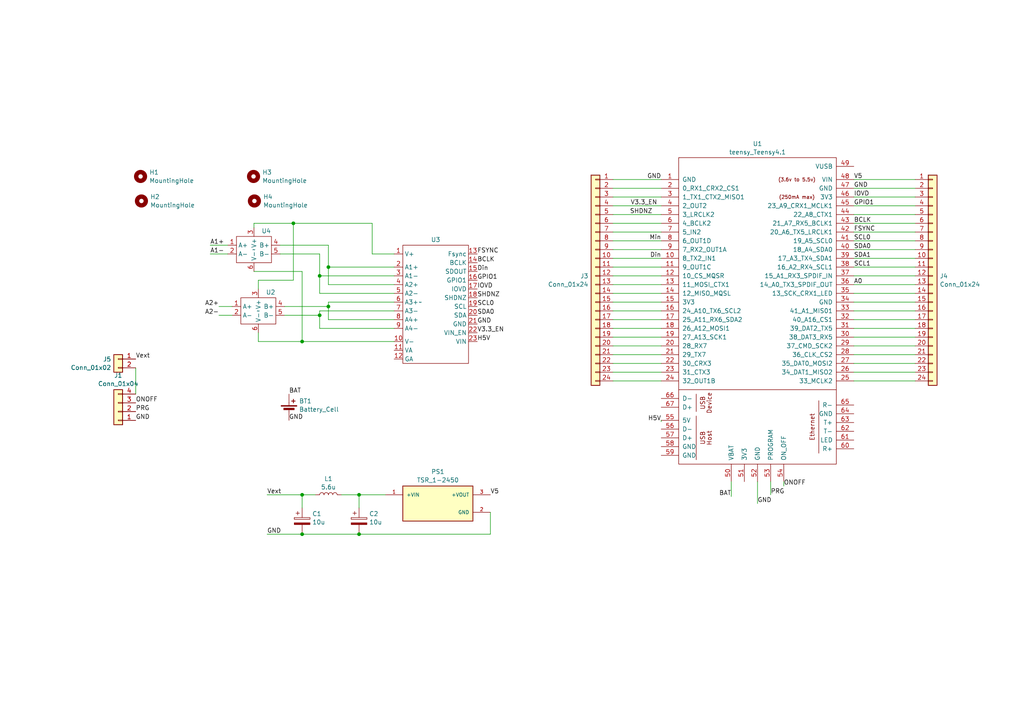
<source format=kicad_sch>
(kicad_sch (version 20231120) (generator "eeschema") (generator_version "8.0")
  (paper "A4")
  (lib_symbols
    (symbol "Device:Battery_Cell" (pin_numbers hide) (pin_names (offset 0) hide)
      (property "Reference" "BT" (at 2.54 2.54 0))
      (property "Value" "Battery_Cell" (at 2.54 0 0))
      (symbol "Battery_Cell_0_1"
        (rectangle (start -2.286 1.778) (end 2.286 1.524) (fill (type outline)))
        (rectangle (start -1.524 1.016) (end 1.524 0.508) (fill (type outline)))
        (polyline (pts (xy 0 0.762) (xy 0 0)))
        (polyline (pts (xy 0 1.778) (xy 0 2.54)))
        (polyline (pts (xy 0.762 3.048) (xy 1.778 3.048)) (stroke (width 0.254)))
        (polyline (pts (xy 1.27 3.556) (xy 1.27 2.54)) (stroke (width 0.254)))
      )
      (symbol "Battery_Cell_1_1"
        (pin passive line (at 0 5.08 270) (length 2.54) (name "+") (number "1"))
        (pin passive line (at 0 -2.54 90) (length 2.54) (name "-") (number "2"))
      )
    )
    (symbol "Device:C_Polarized" (pin_numbers hide) (pin_names (offset 0.254))
      (property "Reference" "C" (at 0.635 2.54 0))
      (property "Value" "C_Polarized" (at 0.635 -2.54 0))
      (symbol "C_Polarized_0_1"
        (rectangle (start -2.286 0.508) (end 2.286 1.016))
        (polyline (pts (xy -1.778 2.286) (xy -0.762 2.286)))
        (polyline (pts (xy -1.27 2.794) (xy -1.27 1.778)))
        (rectangle (start 2.286 -0.508) (end -2.286 -1.016) (fill (type outline)))
      )
      (symbol "C_Polarized_1_1"
        (pin passive line (at 0 3.81 270) (length 2.794) (name "~") (number "1"))
        (pin passive line (at 0 -3.81 90) (length 2.794) (name "~") (number "2"))
      )
    )
    (symbol "Device:L" (pin_numbers hide) (pin_names (offset 1.016) hide)
      (property "Reference" "L" (at -1.27 0 90))
      (property "Value" "L" (at 1.905 0 90))
      (symbol "L_0_1"
        (arc (start 0 -2.54) (mid 0.6323 -1.905) (end 0 -1.27))
        (arc (start 0 -1.27) (mid 0.6323 -0.635) (end 0 0))
        (arc (start 0 0) (mid 0.6323 0.635) (end 0 1.27))
        (arc (start 0 1.27) (mid 0.6323 1.905) (end 0 2.54))
      )
      (symbol "L_1_1"
        (pin passive line (at 0 3.81 270) (length 1.27) (name "1") (number "1"))
        (pin passive line (at 0 -3.81 90) (length 1.27) (name "2") (number "2"))
      )
    )
    (symbol "Library:ADC_V2"
      (property "Reference" "U" (at 0 0 0))
      (symbol "ADC_V2_0_1"
        (rectangle (start -8.89 15.24) (end 10.16 -19.05))
      )
      (symbol "ADC_V2_1_1"
        (pin power_out line (at -11.43 12.7 0) (length 2.54) (name "V+") (number "1"))
        (pin power_out line (at -11.43 -12.7 0) (length 2.54) (name "V-") (number "10"))
        (pin input line (at -11.43 -15.24 0) (length 2.54) (name "VA") (number "11"))
        (pin input line (at -11.43 -17.78 0) (length 2.54) (name "GA") (number "12"))
        (pin input line (at 12.7 12.7 180) (length 2.54) (name "Fsync") (number "13"))
        (pin input line (at 12.7 10.16 180) (length 2.54) (name "BCLK") (number "14"))
        (pin output line (at 12.7 7.62 180) (length 2.54) (name "SDOUT") (number "15"))
        (pin input line (at 12.7 5.08 180) (length 2.54) (name "GPIO1") (number "16"))
        (pin power_in line (at 12.7 2.54 180) (length 2.54) (name "IOVD") (number "17"))
        (pin input line (at 12.7 0 180) (length 2.54) (name "SHDNZ") (number "18"))
        (pin passive line (at 12.7 -2.54 180) (length 2.54) (name "SCL") (number "19"))
        (pin input line (at -11.43 8.89 0) (length 2.54) (name "A1+") (number "2"))
        (pin passive line (at 12.7 -5.08 180) (length 2.54) (name "SDA") (number "20"))
        (pin power_in line (at 12.7 -7.62 180) (length 2.54) (name "GND") (number "21"))
        (pin passive line (at 12.7 -10.16 180) (length 2.54) (name "VIN_EN") (number "22"))
        (pin power_in line (at 12.7 -12.7 180) (length 2.54) (name "VIN") (number "23"))
        (pin input line (at -11.43 6.35 0) (length 2.54) (name "A1-") (number "3"))
        (pin input line (at -11.43 3.81 0) (length 2.54) (name "A2+") (number "4"))
        (pin input line (at -11.43 1.27 0) (length 2.54) (name "A2-") (number "5"))
        (pin input line (at -11.43 -1.27 0) (length 2.54) (name "A3+") (number "6"))
        (pin input line (at -11.43 -3.81 0) (length 2.54) (name "A3-") (number "7"))
        (pin input line (at -11.43 -6.35 0) (length 2.54) (name "A4+") (number "8"))
        (pin input line (at -11.43 -8.89 0) (length 2.54) (name "A4-") (number "9"))
      )
    )
    (symbol "Library:Conn_01x02" (pin_names (offset 1.016) hide)
      (property "Reference" "J" (at 0 2.54 0))
      (property "Value" "Conn_01x02" (at 0 -5.08 0))
      (symbol "Conn_01x02_1_1"
        (rectangle (start -1.27 -2.413) (end 0 -2.667) (stroke (width 0.1524)))
        (rectangle (start -1.27 0.127) (end 0 -0.127) (stroke (width 0.1524)))
        (rectangle (start -1.27 1.27) (end 1.27 -3.81) (stroke (width 0.254)) (fill (type background)))
        (pin passive line (at -5.08 0 0) (length 3.81) (name "Pin_1") (number "1"))
        (pin passive line (at -5.08 -2.54 0) (length 3.81) (name "Pin_2") (number "2"))
      )
    )
    (symbol "Library:Conn_01x04" (pin_names (offset 1.016) hide)
      (property "Reference" "J" (at 0 5.08 0))
      (property "Value" "Conn_01x04" (at 0 -7.62 0))
      (symbol "Conn_01x04_1_1"
        (rectangle (start -1.27 -4.953) (end 0 -5.207) (stroke (width 0.1524)))
        (rectangle (start -1.27 -2.413) (end 0 -2.667) (stroke (width 0.1524)))
        (rectangle (start -1.27 0.127) (end 0 -0.127) (stroke (width 0.1524)))
        (rectangle (start -1.27 2.667) (end 0 2.413) (stroke (width 0.1524)))
        (rectangle (start -1.27 3.81) (end 1.27 -6.35) (stroke (width 0.254)) (fill (type background)))
        (pin passive line (at -5.08 2.54 0) (length 3.81) (name "Pin_1") (number "1"))
        (pin passive line (at -5.08 0 0) (length 3.81) (name "Pin_2") (number "2"))
        (pin passive line (at -5.08 -2.54 0) (length 3.81) (name "Pin_3") (number "3"))
        (pin passive line (at -5.08 -5.08 0) (length 3.81) (name "Pin_4") (number "4"))
      )
    )
    (symbol "Library:Conn_01x24" (pin_names (offset 1.016) hide)
      (property "Reference" "J" (at 0 30.48 0))
      (property "Value" "Conn_01x24" (at 0 -33.02 0))
      (symbol "Conn_01x24_1_1"
        (rectangle (start -1.27 -30.353) (end 0 -30.607) (stroke (width 0.1524)))
        (rectangle (start -1.27 -27.813) (end 0 -28.067) (stroke (width 0.1524)))
        (rectangle (start -1.27 -25.273) (end 0 -25.527) (stroke (width 0.1524)))
        (rectangle (start -1.27 -22.733) (end 0 -22.987) (stroke (width 0.1524)))
        (rectangle (start -1.27 -20.193) (end 0 -20.447) (stroke (width 0.1524)))
        (rectangle (start -1.27 -17.653) (end 0 -17.907) (stroke (width 0.1524)))
        (rectangle (start -1.27 -15.113) (end 0 -15.367) (stroke (width 0.1524)))
        (rectangle (start -1.27 -12.573) (end 0 -12.827) (stroke (width 0.1524)))
        (rectangle (start -1.27 -10.033) (end 0 -10.287) (stroke (width 0.1524)))
        (rectangle (start -1.27 -7.493) (end 0 -7.747) (stroke (width 0.1524)))
        (rectangle (start -1.27 -4.953) (end 0 -5.207) (stroke (width 0.1524)))
        (rectangle (start -1.27 -2.413) (end 0 -2.667) (stroke (width 0.1524)))
        (rectangle (start -1.27 0.127) (end 0 -0.127) (stroke (width 0.1524)))
        (rectangle (start -1.27 2.667) (end 0 2.413) (stroke (width 0.1524)))
        (rectangle (start -1.27 5.207) (end 0 4.953) (stroke (width 0.1524)))
        (rectangle (start -1.27 7.747) (end 0 7.493) (stroke (width 0.1524)))
        (rectangle (start -1.27 10.287) (end 0 10.033) (stroke (width 0.1524)))
        (rectangle (start -1.27 12.827) (end 0 12.573) (stroke (width 0.1524)))
        (rectangle (start -1.27 15.367) (end 0 15.113) (stroke (width 0.1524)))
        (rectangle (start -1.27 17.907) (end 0 17.653) (stroke (width 0.1524)))
        (rectangle (start -1.27 20.447) (end 0 20.193) (stroke (width 0.1524)))
        (rectangle (start -1.27 22.987) (end 0 22.733) (stroke (width 0.1524)))
        (rectangle (start -1.27 25.527) (end 0 25.273) (stroke (width 0.1524)))
        (rectangle (start -1.27 28.067) (end 0 27.813) (stroke (width 0.1524)))
        (rectangle (start -1.27 29.21) (end 1.27 -31.75) (stroke (width 0.254)) (fill (type background)))
        (pin passive line (at -5.08 27.94 0) (length 3.81) (name "Pin_1") (number "1"))
        (pin passive line (at -5.08 5.08 0) (length 3.81) (name "Pin_10") (number "10"))
        (pin passive line (at -5.08 2.54 0) (length 3.81) (name "Pin_11") (number "11"))
        (pin passive line (at -5.08 0 0) (length 3.81) (name "Pin_12") (number "12"))
        (pin passive line (at -5.08 -2.54 0) (length 3.81) (name "Pin_13") (number "13"))
        (pin passive line (at -5.08 -5.08 0) (length 3.81) (name "Pin_14") (number "14"))
        (pin passive line (at -5.08 -7.62 0) (length 3.81) (name "Pin_15") (number "15"))
        (pin passive line (at -5.08 -10.16 0) (length 3.81) (name "Pin_16") (number "16"))
        (pin passive line (at -5.08 -12.7 0) (length 3.81) (name "Pin_17") (number "17"))
        (pin passive line (at -5.08 -15.24 0) (length 3.81) (name "Pin_18") (number "18"))
        (pin passive line (at -5.08 -17.78 0) (length 3.81) (name "Pin_19") (number "19"))
        (pin passive line (at -5.08 25.4 0) (length 3.81) (name "Pin_2") (number "2"))
        (pin passive line (at -5.08 -20.32 0) (length 3.81) (name "Pin_20") (number "20"))
        (pin passive line (at -5.08 -22.86 0) (length 3.81) (name "Pin_21") (number "21"))
        (pin passive line (at -5.08 -25.4 0) (length 3.81) (name "Pin_22") (number "22"))
        (pin passive line (at -5.08 -27.94 0) (length 3.81) (name "Pin_23") (number "23"))
        (pin passive line (at -5.08 -30.48 0) (length 3.81) (name "Pin_24") (number "24"))
        (pin passive line (at -5.08 22.86 0) (length 3.81) (name "Pin_3") (number "3"))
        (pin passive line (at -5.08 20.32 0) (length 3.81) (name "Pin_4") (number "4"))
        (pin passive line (at -5.08 17.78 0) (length 3.81) (name "Pin_5") (number "5"))
        (pin passive line (at -5.08 15.24 0) (length 3.81) (name "Pin_6") (number "6"))
        (pin passive line (at -5.08 12.7 0) (length 3.81) (name "Pin_7") (number "7"))
        (pin passive line (at -5.08 10.16 0) (length 3.81) (name "Pin_8") (number "8"))
        (pin passive line (at -5.08 7.62 0) (length 3.81) (name "Pin_9") (number "9"))
      )
    )
    (symbol "Library:MountingHole" (pin_names (offset 1.016))
      (property "Reference" "H" (at 0 5.08 0))
      (property "Value" "MountingHole" (at 0 3.175 0))
      (symbol "MountingHole_0_1"
        (circle (center 0 0) (radius 1.27) (stroke (width 1.27)))
      )
    )
    (symbol "Library:TSR_1-2450" (pin_names (offset 1.016))
      (property "Reference" "PS" (at -10.16 7.62 0))
      (property "Value" "TSR_1-2450" (at -10.16 -7.62 0))
      (symbol "TSR_1-2450_0_0"
        (rectangle (start -10.16 -5.08) (end 10.16 5.08) (stroke (width 0.254)) (fill (type background)))
        (pin input line (at -15.24 2.54 0) (length 5.08) (name "+VIN") (number "1"))
        (pin power_in line (at 15.24 -2.54 180) (length 5.08) (name "GND") (number "2"))
        (pin output line (at 15.24 2.54 180) (length 5.08) (name "+VOUT") (number "3"))
      )
    )
    (symbol "Library:pre-amp"
      (property "Reference" "U" (at -3.81 -5.08 0))
      (symbol "pre-amp_0_1"
        (rectangle (start -5.08 3.81) (end 5.08 -3.81))
      )
      (symbol "pre-amp_1_1"
        (pin input line (at -7.62 1.27 0) (length 2.54) (name "A+") (number "1"))
        (pin input line (at -7.62 -1.27 0) (length 2.54) (name "A-") (number "2"))
        (pin power_in line (at 0 6.35 270) (length 2.54) (name "V+") (number "3"))
        (pin output line (at 7.62 1.27 180) (length 2.54) (name "B+") (number "4"))
        (pin output line (at 7.62 -1.27 180) (length 2.54) (name "B-") (number "5"))
        (pin power_out line (at 0 -6.35 90) (length 2.54) (name "V-") (number "6"))
      )
    )
    (symbol "Library:teensy_Teensy4.1" (pin_names (offset 1.016))
      (property "Reference" "U" (at 0 64.77 0))
      (property "Value" "teensy_Teensy4.1" (at 0 62.23 0))
      (symbol "teensy_Teensy4.1_0_0"
        (polyline (pts (xy -22.86 -6.35) (xy 22.86 -6.35)))
        (polyline (pts (xy -17.78 -26.67) (xy -17.78 -13.97)))
        (polyline (pts (xy -17.78 -7.62) (xy -17.78 -12.7)))
        (polyline (pts (xy 17.78 -9.525) (xy 17.78 -24.765)))
        (text "(250mA max)" (at 11.43 49.53 0) (effects (font (size 1.016 1.016))))
        (text "(3.6v to 5.5v)" (at 11.43 54.61 0) (effects (font (size 1.016 1.016))))
        (text "Device" (at -13.97 -10.16 900) (effects (font (size 1.27 1.27))))
        (text "Ethernet" (at 15.875 -17.145 900) (effects (font (size 1.27 1.27))))
        (text "Host" (at -13.97 -20.32 900) (effects (font (size 1.27 1.27))))
        (text "USB" (at -15.875 -20.32 900) (effects (font (size 1.27 1.27))))
        (text "USB" (at -15.875 -10.16 900) (effects (font (size 1.27 1.27))))
        (pin bidirectional line (at -27.94 31.75 0) (length 5.08) (name "8_TX2_IN1") (number "10"))
        (pin bidirectional line (at -27.94 29.21 0) (length 5.08) (name "9_OUT1C") (number "11"))
        (pin bidirectional line (at -27.94 26.67 0) (length 5.08) (name "10_CS_MQSR") (number "12"))
        (pin bidirectional line (at -27.94 24.13 0) (length 5.08) (name "11_MOSI_CTX1") (number "13"))
        (pin bidirectional line (at -27.94 21.59 0) (length 5.08) (name "12_MISO_MQSL") (number "14"))
        (pin power_in line (at -27.94 19.05 0) (length 5.08) (name "3V3") (number "15"))
        (pin bidirectional line (at -27.94 16.51 0) (length 5.08) (name "24_A10_TX6_SCL2") (number "16"))
        (pin bidirectional line (at -27.94 13.97 0) (length 5.08) (name "25_A11_RX6_SDA2") (number "17"))
        (pin bidirectional line (at -27.94 11.43 0) (length 5.08) (name "26_A12_MOSI1") (number "18"))
        (pin bidirectional line (at -27.94 8.89 0) (length 5.08) (name "27_A13_SCK1") (number "19"))
        (pin bidirectional line (at -27.94 6.35 0) (length 5.08) (name "28_RX7") (number "20"))
        (pin bidirectional line (at -27.94 3.81 0) (length 5.08) (name "29_TX7") (number "21"))
        (pin bidirectional line (at -27.94 1.27 0) (length 5.08) (name "30_CRX3") (number "22"))
        (pin bidirectional line (at -27.94 -1.27 0) (length 5.08) (name "31_CTX3") (number "23"))
        (pin bidirectional line (at -27.94 -3.81 0) (length 5.08) (name "32_OUT1B") (number "24"))
        (pin bidirectional line (at 27.94 -3.81 180) (length 5.08) (name "33_MCLK2") (number "25"))
        (pin bidirectional line (at 27.94 -1.27 180) (length 5.08) (name "34_DAT1_MISO2") (number "26"))
        (pin bidirectional line (at 27.94 1.27 180) (length 5.08) (name "35_DAT0_MOSI2") (number "27"))
        (pin bidirectional line (at 27.94 3.81 180) (length 5.08) (name "36_CLK_CS2") (number "28"))
        (pin bidirectional line (at 27.94 6.35 180) (length 5.08) (name "37_CMD_SCK2") (number "29"))
        (pin bidirectional line (at 27.94 8.89 180) (length 5.08) (name "38_DAT3_RX5") (number "30"))
        (pin bidirectional line (at 27.94 11.43 180) (length 5.08) (name "39_DAT2_TX5") (number "31"))
        (pin bidirectional line (at 27.94 13.97 180) (length 5.08) (name "40_A16_CS1") (number "32"))
        (pin bidirectional line (at 27.94 16.51 180) (length 5.08) (name "41_A1_MIS01") (number "33"))
        (pin bidirectional line (at 27.94 21.59 180) (length 5.08) (name "13_SCK_CRX1_LED") (number "35"))
        (pin bidirectional line (at 27.94 24.13 180) (length 5.08) (name "14_A0_TX3_SPDIF_OUT") (number "36"))
        (pin bidirectional line (at 27.94 26.67 180) (length 5.08) (name "15_A1_RX3_SPDIF_IN") (number "37"))
        (pin bidirectional line (at 27.94 29.21 180) (length 5.08) (name "16_A2_RX4_SCL1") (number "38"))
        (pin bidirectional line (at 27.94 31.75 180) (length 5.08) (name "17_A3_TX4_SDA1") (number "39"))
        (pin bidirectional line (at 27.94 34.29 180) (length 5.08) (name "18_A4_SDA0") (number "40"))
        (pin bidirectional line (at 27.94 36.83 180) (length 5.08) (name "19_A5_SCL0") (number "41"))
        (pin bidirectional line (at 27.94 39.37 180) (length 5.08) (name "20_A6_TX5_LRCLK1") (number "42"))
        (pin bidirectional line (at 27.94 41.91 180) (length 5.08) (name "21_A7_RX5_BCLK1") (number "43"))
        (pin bidirectional line (at 27.94 44.45 180) (length 5.08) (name "22_A8_CTX1") (number "44"))
        (pin bidirectional line (at 27.94 46.99 180) (length 5.08) (name "23_A9_CRX1_MCLK1") (number "45"))
        (pin power_in line (at 27.94 49.53 180) (length 5.08) (name "3V3") (number "46"))
        (pin power_in line (at 27.94 52.07 180) (length 5.08) (name "GND") (number "47"))
        (pin power_in line (at 27.94 54.61 180) (length 5.08) (name "VIN") (number "48"))
        (pin power_out line (at 27.94 58.42 180) (length 5.08) (name "VUSB") (number "49"))
        (pin bidirectional line (at -27.94 44.45 0) (length 5.08) (name "3_LRCLK2") (number "5"))
        (pin power_in line (at -7.62 -33.02 90) (length 5.08) (name "VBAT") (number "50"))
        (pin power_in line (at -3.81 -33.02 90) (length 5.08) (name "3V3") (number "51"))
        (pin power_out line (at 0 -33.02 90) (length 5.08) (name "GND") (number "52"))
        (pin input line (at 3.81 -33.02 90) (length 5.08) (name "PROGRAM") (number "53"))
        (pin input line (at 7.62 -33.02 90) (length 5.08) (name "ON_OFF") (number "54"))
        (pin power_out line (at -27.94 -15.24 0) (length 5.08) (name "5V") (number "55"))
        (pin bidirectional line (at -27.94 -17.78 0) (length 5.08) (name "D-") (number "56"))
        (pin bidirectional line (at -27.94 -20.32 0) (length 5.08) (name "D+") (number "57"))
        (pin power_in line (at -27.94 -22.86 0) (length 5.08) (name "GND") (number "58"))
        (pin power_in line (at -27.94 -25.4 0) (length 5.08) (name "GND") (number "59"))
        (pin bidirectional line (at -27.94 41.91 0) (length 5.08) (name "4_BCLK2") (number "6"))
        (pin bidirectional line (at 27.94 -23.495 180) (length 5.08) (name "R+") (number "60"))
        (pin bidirectional line (at 27.94 -20.955 180) (length 5.08) (name "LED") (number "61"))
        (pin bidirectional line (at 27.94 -18.415 180) (length 5.08) (name "T-") (number "62"))
        (pin bidirectional line (at 27.94 -15.875 180) (length 5.08) (name "T+") (number "63"))
        (pin power_in line (at 27.94 -13.335 180) (length 5.08) (name "GND") (number "64"))
        (pin bidirectional line (at 27.94 -10.795 180) (length 5.08) (name "R-") (number "65"))
        (pin bidirectional line (at -27.94 -8.89 0) (length 5.08) (name "D-") (number "66"))
        (pin bidirectional line (at -27.94 -11.43 0) (length 5.08) (name "D+") (number "67"))
        (pin bidirectional line (at -27.94 39.37 0) (length 5.08) (name "5_IN2") (number "7"))
        (pin bidirectional line (at -27.94 36.83 0) (length 5.08) (name "6_OUT1D") (number "8"))
        (pin bidirectional line (at -27.94 34.29 0) (length 5.08) (name "7_RX2_OUT1A") (number "9"))
      )
      (symbol "teensy_Teensy4.1_0_1"
        (rectangle (start -22.86 60.96) (end 22.86 -27.94))
        (rectangle (start -20.32 -1.27) (end -20.32 -1.27))
      )
      (symbol "teensy_Teensy4.1_1_1"
        (pin power_in line (at -27.94 54.61 0) (length 5.08) (name "GND") (number "1"))
        (pin bidirectional line (at -27.94 52.07 0) (length 5.08) (name "0_RX1_CRX2_CS1") (number "2"))
        (pin bidirectional line (at -27.94 49.53 0) (length 5.08) (name "1_TX1_CTX2_MISO1") (number "3"))
        (pin power_in line (at 27.94 19.05 180) (length 5.08) (name "GND") (number "34"))
        (pin bidirectional line (at -27.94 46.99 0) (length 5.08) (name "2_OUT2") (number "4"))
      )
    )
  )
  (junction (at 92.71 91.44))
  (junction (at 92.71 80.01))
  (junction (at 95.25 88.9))
  (junction (at 87.63 154.94))
  (junction (at 85.09 64.77))
  (junction (at 104.14 143.51))
  (junction (at 87.63 99.06))
  (junction (at 95.25 77.47))
  (junction (at 87.63 143.51))
  (junction (at 104.14 154.94))
  (wire (pts (xy 247.65 69.85) (xy 265.43 69.85)))
  (wire (pts (xy 87.63 143.51) (xy 87.63 147.32)))
  (wire (pts (xy 85.09 64.77) (xy 85.09 81.28)))
  (wire (pts (xy 77.47 143.51) (xy 87.63 143.51)))
  (wire (pts (xy 81.28 73.66) (xy 92.71 73.66)))
  (wire (pts (xy 247.65 82.55) (xy 265.43 82.55)))
  (wire (pts (xy 92.71 90.17) (xy 114.3 90.17)))
  (wire (pts (xy 74.93 81.28) (xy 74.93 83.82)))
  (wire (pts (xy 177.8 64.77) (xy 191.77 64.77)))
  (wire (pts (xy 227.33 139.7) (xy 227.33 140.97)))
  (wire (pts (xy 85.09 81.28) (xy 74.93 81.28)))
  (wire (pts (xy 177.8 110.49) (xy 191.77 110.49)))
  (wire (pts (xy 177.8 52.07) (xy 191.77 52.07)))
  (wire (pts (xy 95.25 87.63) (xy 95.25 88.9)))
  (wire (pts (xy 104.14 143.51) (xy 111.76 143.51)))
  (wire (pts (xy 247.65 90.17) (xy 265.43 90.17)))
  (wire (pts (xy 177.8 107.95) (xy 191.77 107.95)))
  (wire (pts (xy 247.65 102.87) (xy 265.43 102.87)))
  (wire (pts (xy 177.8 80.01) (xy 191.77 80.01)))
  (wire (pts (xy 247.65 92.71) (xy 265.43 92.71)))
  (wire (pts (xy 92.71 95.25) (xy 114.3 95.25)))
  (wire (pts (xy 177.8 87.63) (xy 191.77 87.63)))
  (wire (pts (xy 82.55 91.44) (xy 92.71 91.44)))
  (wire (pts (xy 247.65 59.69) (xy 265.43 59.69)))
  (wire (pts (xy 177.8 97.79) (xy 191.77 97.79)))
  (wire (pts (xy 219.71 139.7) (xy 219.71 146.05)))
  (wire (pts (xy 247.65 67.31) (xy 265.43 67.31)))
  (wire (pts (xy 77.47 154.94) (xy 87.63 154.94)))
  (wire (pts (xy 92.71 85.09) (xy 114.3 85.09)))
  (wire (pts (xy 177.8 90.17) (xy 191.77 90.17)))
  (wire (pts (xy 95.25 87.63) (xy 114.3 87.63)))
  (wire (pts (xy 247.65 105.41) (xy 265.43 105.41)))
  (wire (pts (xy 247.65 54.61) (xy 265.43 54.61)))
  (wire (pts (xy 177.8 54.61) (xy 191.77 54.61)))
  (wire (pts (xy 177.8 57.15) (xy 191.77 57.15)))
  (wire (pts (xy 247.65 95.25) (xy 265.43 95.25)))
  (wire (pts (xy 177.8 105.41) (xy 191.77 105.41)))
  (wire (pts (xy 247.65 110.49) (xy 265.43 110.49)))
  (wire (pts (xy 81.28 71.12) (xy 95.25 71.12)))
  (wire (pts (xy 92.71 91.44) (xy 92.71 95.25)))
  (wire (pts (xy 92.71 80.01) (xy 114.3 80.01)))
  (wire (pts (xy 104.14 154.94) (xy 142.24 154.94)))
  (wire (pts (xy 177.8 59.69) (xy 191.77 59.69)))
  (wire (pts (xy 177.8 100.33) (xy 191.77 100.33)))
  (wire (pts (xy 107.95 73.66) (xy 114.3 73.66)))
  (wire (pts (xy 247.65 87.63) (xy 265.43 87.63)))
  (wire (pts (xy 177.8 95.25) (xy 191.77 95.25)))
  (wire (pts (xy 247.65 107.95) (xy 265.43 107.95)))
  (wire (pts (xy 247.65 80.01) (xy 265.43 80.01)))
  (wire (pts (xy 191.77 121.92) (xy 191.77 122.301)))
  (wire (pts (xy 92.71 73.66) (xy 92.71 80.01)))
  (wire (pts (xy 99.06 143.51) (xy 104.14 143.51)))
  (wire (pts (xy 177.8 85.09) (xy 191.77 85.09)))
  (wire (pts (xy 107.95 64.77) (xy 107.95 73.66)))
  (wire (pts (xy 104.14 143.51) (xy 104.14 147.32)))
  (wire (pts (xy 95.25 82.55) (xy 114.3 82.55)))
  (wire (pts (xy 177.8 92.71) (xy 191.77 92.71)))
  (wire (pts (xy 247.65 77.47) (xy 265.43 77.47)))
  (wire (pts (xy 247.65 97.79) (xy 265.43 97.79)))
  (wire (pts (xy 95.25 77.47) (xy 114.3 77.47)))
  (wire (pts (xy 247.65 85.09) (xy 265.43 85.09)))
  (wire (pts (xy 95.25 77.47) (xy 95.25 82.55)))
  (wire (pts (xy 74.93 99.06) (xy 74.93 96.52)))
  (wire (pts (xy 177.8 82.55) (xy 191.77 82.55)))
  (wire (pts (xy 177.8 74.93) (xy 191.77 74.93)))
  (wire (pts (xy 177.8 77.47) (xy 191.77 77.47)))
  (wire (pts (xy 87.63 154.94) (xy 104.14 154.94)))
  (wire (pts (xy 74.93 99.06) (xy 87.63 99.06)))
  (wire (pts (xy 67.31 88.9) (xy 63.5 88.9)))
  (wire (pts (xy 177.8 67.31) (xy 191.77 67.31)))
  (wire (pts (xy 92.71 91.44) (xy 92.71 90.17)))
  (wire (pts (xy 247.65 100.33) (xy 265.43 100.33)))
  (wire (pts (xy 87.63 78.74) (xy 87.63 99.06)))
  (wire (pts (xy 63.5 91.44) (xy 67.31 91.44)))
  (wire (pts (xy 39.37 106.68) (xy 39.37 114.3)))
  (wire (pts (xy 82.55 88.9) (xy 95.25 88.9)))
  (wire (pts (xy 142.24 154.94) (xy 142.24 148.59)))
  (wire (pts (xy 95.25 88.9) (xy 95.25 92.71)))
  (wire (pts (xy 247.65 52.07) (xy 265.43 52.07)))
  (wire (pts (xy 247.65 72.39) (xy 265.43 72.39)))
  (wire (pts (xy 177.8 72.39) (xy 191.77 72.39)))
  (wire (pts (xy 212.09 144.018) (xy 212.09 139.7)))
  (wire (pts (xy 73.66 78.74) (xy 87.63 78.74)))
  (wire (pts (xy 92.71 80.01) (xy 92.71 85.09)))
  (wire (pts (xy 247.65 74.93) (xy 265.43 74.93)))
  (wire (pts (xy 95.25 71.12) (xy 95.25 77.47)))
  (wire (pts (xy 177.8 62.23) (xy 191.77 62.23)))
  (wire (pts (xy 60.96 73.66) (xy 66.04 73.66)))
  (wire (pts (xy 177.8 102.87) (xy 191.77 102.87)))
  (wire (pts (xy 223.52 139.7) (xy 223.52 143.51)))
  (wire (pts (xy 247.65 64.77) (xy 265.43 64.77)))
  (wire (pts (xy 95.25 92.71) (xy 114.3 92.71)))
  (wire (pts (xy 87.63 143.51) (xy 91.44 143.51)))
  (wire (pts (xy 73.66 64.77) (xy 73.66 66.04)))
  (wire (pts (xy 87.63 99.06) (xy 114.3 99.06)))
  (wire (pts (xy 60.96 71.12) (xy 66.04 71.12)))
  (wire (pts (xy 247.65 57.15) (xy 265.43 57.15)))
  (wire (pts (xy 73.66 64.77) (xy 85.09 64.77)))
  (wire (pts (xy 177.8 69.85) (xy 191.77 69.85)))
  (wire (pts (xy 247.65 62.23) (xy 265.43 62.23)))
  (wire (pts (xy 85.09 64.77) (xy 107.95 64.77)))
  (label "FSYNC" (at 247.65 67.31 0))
  (label "A2-" (at 63.5 91.44 180))
  (label "SHDNZ" (at 189.23 62.23 180))
  (label "SCL0" (at 247.65 69.85 0))
  (label "BCLK" (at 247.65 64.77 0))
  (label "PRG" (at 39.37 119.38 0))
  (label "A1+" (at 60.96 71.12 0))
  (label "GND" (at 77.47 154.94 0))
  (label "SCL1" (at 247.65 77.47 0))
  (label "IOVD" (at 138.43 83.82 0))
  (label "V3.3_EN" (at 182.88 59.69 0))
  (label "SDA0" (at 138.43 91.44 0))
  (label "V5" (at 247.65 52.07 0))
  (label "A1-" (at 60.96 73.66 0))
  (label "PRG" (at 223.52 143.51 0))
  (label "Din" (at 191.77 74.93 180))
  (label "A0" (at 247.65 82.55 0))
  (label "Min" (at 191.77 69.85 180))
  (label "FSYNC" (at 138.43 73.66 0))
  (label "A2+" (at 63.5 88.9 180))
  (label "GND" (at 138.43 93.98 0))
  (label "Vext" (at 77.47 143.51 0))
  (label "V5" (at 142.24 143.51 0))
  (label "SHDNZ" (at 138.43 86.36 0))
  (label "GND" (at 219.71 146.05 0))
  (label "H5V" (at 138.43 99.06 0))
  (label "GND" (at 247.65 54.61 0))
  (label "GND" (at 39.37 121.92 0))
  (label "SCL0" (at 138.43 88.9 0))
  (label "BCLK" (at 138.43 76.2 0))
  (label "BAT" (at 212.09 144.018 180))
  (label "GPIO1" (at 138.43 81.28 0))
  (label "ONOFF" (at 39.37 116.84 0))
  (label "ONOFF" (at 227.33 140.97 0))
  (label "GPIO1" (at 247.65 59.69 0))
  (label "BAT" (at 83.82 114.3 0))
  (label "Din" (at 138.43 78.74 0))
  (label "H5V" (at 191.77 122.301 180))
  (label "SDA1" (at 247.65 74.93 0))
  (label "Vext" (at 39.37 104.14 0))
  (label "GND" (at 83.82 121.92 0))
  (label "V3.3_EN" (at 138.43 96.52 0))
  (label "IOVD" (at 247.65 57.15 0))
  (label "SDA0" (at 247.65 72.39 0))
  (label "GND" (at 191.77 52.07 180))
  (symbol (lib_id "Library:Conn_01x24") (at 172.72 80.01 0) (mirror y) (unit 1)
    (property "Reference" "J3" (at 170.688 80.0678 0) (effects (justify left)))
    (property "Value" "Conn_01x24" (at 170.688 82.4921 0) (effects (justify left)))
    (property "Footprint" "Connector_PinHeader_2.54mm:PinHeader_1x24_P2.54mm_Vertical" (effects (hide yes)))
    (property "Description" "Generic connector, single row, 01x24, script generated (kicad-library-utils/schlib/autogen/connector/)" (effects (hide yes)))
  )
  (symbol (lib_id "Device:Battery_Cell") (at 83.82 119.38 0) (unit 1)
    (property "Reference" "BT1" (at 86.741 116.3263 0) (effects (justify left)))
    (property "Value" "Battery_Cell" (at 86.741 118.7506 0) (effects (justify left)))
    (property "Footprint" "Battery:BatteryHolder_Keystone_103_1x20mm" (effects (hide yes)))
    (property "Description" "Single-cell battery" (effects (hide yes)))
  )
  (symbol (lib_id "Device:C_Polarized") (at 104.14 151.13 0) (unit 1)
    (property "Reference" "C2" (at 107.061 149.0288 0) (effects (justify left)))
    (property "Value" "10u" (at 107.061 151.4531 0) (effects (justify left)))
    (property "Footprint" "Capacitor_THT:CP_Radial_D6.3mm_P2.50mm" (effects (hide yes)))
    (property "Description" "Polarized capacitor" (effects (hide yes)))
  )
  (symbol (lib_id "Library:MountingHole") (at 73.787 58.293 0) (unit 1)
    (property "Reference" "H4" (at 76.327 57.0809 0) (effects (justify left)))
    (property "Value" "MountingHole" (at 76.327 59.5051 0) (effects (justify left)))
    (property "Footprint" "MountingHole:MountingHole_3.2mm_M3" (effects (hide yes)))
  )
  (symbol (lib_id "Library:Conn_01x24") (at 270.51 80.01 0) (unit 1)
    (property "Reference" "J4" (at 272.542 80.0678 0) (effects (justify left)))
    (property "Value" "Conn_01x24" (at 272.542 82.4921 0) (effects (justify left)))
    (property "Footprint" "Connector_PinHeader_2.54mm:PinHeader_1x24_P2.54mm_Vertical" (effects (hide yes)))
    (property "Description" "Generic connector, single row, 01x24, script generated (kicad-library-utils/schlib/autogen/connector/)" (effects (hide yes)))
  )
  (symbol (lib_id "Library:TSR_1-2450") (at 127 146.05 0) (unit 1)
    (property "Reference" "PS1" (at 127 136.8255 0))
    (property "Value" "TSR_1-2450" (at 127 139.2498 0))
    (property "Footprint" "Converter_DCDC:Converter_DCDC_TRACO_TSR-1_THT" (effects (hide yes)))
    (property "PARTREV" "Apr 27, 2020" (effects (hide yes)))
    (property "STANDARD" "Manufacturer Recommendations" (effects (hide yes)))
    (property "MAXIMUM_PACKAGE_HEIGHT" "10.6mm" (effects (hide yes)))
    (property "MANUFACTURER" "Traco Power" (effects (hide yes)))
  )
  (symbol (lib_id "Library:pre-amp") (at 74.93 90.17 0) (unit 1)
    (property "Reference" "U2" (at 77.1241 84.7669 0) (effects (justify left)))
    (property "Value" "~" (at 74.93 90.17 0))
    (property "Footprint" "Library:preAmp2" (effects (hide yes)))
  )
  (symbol (lib_id "Device:L") (at 95.25 143.51 90) (unit 1)
    (property "Reference" "L1" (at 95.25 138.8602 90))
    (property "Value" "5.6u" (at 95.25 141.2845 90))
    (property "Footprint" "Inductor_THT:L_Axial_L11.0mm_D4.5mm_P15.24mm_Horizontal_Fastron_MECC" (effects (hide yes)))
    (property "Description" "Inductor" (effects (hide yes)))
  )
  (symbol (lib_id "Device:C_Polarized") (at 87.63 151.13 0) (unit 1)
    (property "Reference" "C1" (at 90.551 149.0288 0) (effects (justify left)))
    (property "Value" "10u" (at 90.551 151.4531 0) (effects (justify left)))
    (property "Footprint" "Capacitor_THT:CP_Radial_D6.3mm_P2.50mm" (effects (hide yes)))
    (property "Description" "Polarized capacitor" (effects (hide yes)))
  )
  (symbol (lib_id "Library:Conn_01x04") (at 34.29 119.38 180) (unit 1)
    (property "Reference" "J1" (at 34.29 108.8857 0))
    (property "Value" "Conn_01x04" (at 34.29 111.3099 0))
    (property "Footprint" "Connector_PinHeader_2.54mm:PinHeader_1x04_P2.54mm_Vertical" (effects (hide yes)))
  )
  (symbol (lib_id "Library:ADC_V2") (at 125.73 86.36 0) (unit 1)
    (property "Reference" "U3" (at 126.365 69.5269 0))
    (property "Value" "~" (at 121.92 87.63 0))
    (property "Footprint" "Library:ADC_V2" (effects (hide yes)))
  )
  (symbol (lib_id "Library:pre-amp") (at 73.66 72.39 0) (unit 1)
    (property "Reference" "U4" (at 75.8541 66.9869 0) (effects (justify left)))
    (property "Value" "~" (at 73.66 72.39 0))
    (property "Footprint" "Library:preAmp2" (effects (hide yes)))
  )
  (symbol (lib_id "Library:MountingHole") (at 73.533 51.181 0) (unit 1)
    (property "Reference" "H3" (at 76.073 49.9689 0) (effects (justify left)))
    (property "Value" "MountingHole" (at 76.073 52.3931 0) (effects (justify left)))
    (property "Footprint" "MountingHole:MountingHole_3.2mm_M3" (effects (hide yes)))
  )
  (symbol (lib_id "Library:MountingHole") (at 41.021 58.293 0) (unit 1)
    (property "Reference" "H2" (at 43.561 57.0809 0) (effects (justify left)))
    (property "Value" "MountingHole" (at 43.561 59.5051 0) (effects (justify left)))
    (property "Footprint" "MountingHole:MountingHole_3.2mm_M3" (effects (hide yes)))
  )
  (symbol (lib_id "Library:MountingHole") (at 40.767 51.181 0) (unit 1)
    (property "Reference" "H1" (at 43.307 49.9689 0) (effects (justify left)))
    (property "Value" "MountingHole" (at 43.307 52.3931 0) (effects (justify left)))
    (property "Footprint" "MountingHole:MountingHole_3.2mm_M3" (effects (hide yes)))
  )
  (symbol (lib_id "Library:Conn_01x02") (at 34.29 104.14 0) (mirror y) (unit 1)
    (property "Reference" "J5" (at 32.258 104.1978 0) (effects (justify left)))
    (property "Value" "Conn_01x02" (at 32.258 106.6221 0) (effects (justify left)))
    (property "Footprint" "Connector_PinHeader_2.54mm:PinHeader_1x02_P2.54mm_Vertical" (effects (hide yes)))
    (property "Description" "Generic connector, single row, 01x02, script generated (kicad-library-utils/schlib/autogen/connector/)" (effects (hide yes)))
  )
  (symbol (lib_id "Library:teensy_Teensy4.1") (at 219.71 106.68 0) (unit 1)
    (property "Reference" "U1" (at 219.71 41.7027 0))
    (property "Value" "teensy_Teensy4.1" (at 219.71 44.1269 0))
    (property "Footprint" "Library:Teensy41" (effects (hide yes)))
  )
)
</source>
